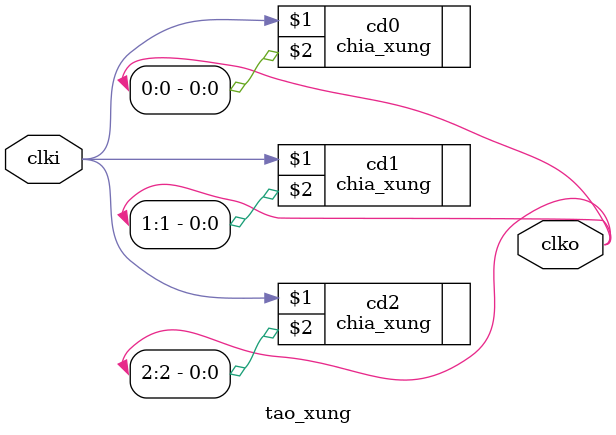
<source format=v>
`timescale 1ns / 1ps
module tao_xung(
input clki,
output [2:0 ]clko
);
chia_xung #(100000000) cd0(clki,clko[0]);
chia_xung #(50000000) cd1(clki,clko[1]);
chia_xung #(25000000) cd2(clki,clko[2]);
endmodule


</source>
